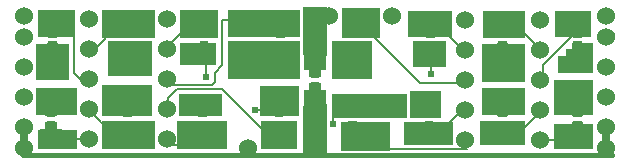
<source format=gbr>
G04 start of page 3 for group 1 idx 1 *
G04 Title: (unknown), solder *
G04 Creator: pcb 20100929 *
G04 CreationDate: Fri Apr 25 13:48:38 2014 UTC *
G04 For: xpi *
G04 Format: Gerber/RS-274X *
G04 PCB-Dimensions: 200000 50000 *
G04 PCB-Coordinate-Origin: lower left *
%MOIN*%
%FSLAX25Y25*%
%LNBACK*%
%ADD11C,0.0200*%
%ADD14C,0.0070*%
%ADD15C,0.0250*%
%ADD17C,0.0600*%
%ADD18C,0.0240*%
%ADD20C,0.0380*%
%ADD21C,0.0150*%
%ADD22R,0.0197X0.0197*%
%ADD23R,0.0295X0.0295*%
%ADD24R,0.0512X0.0512*%
%ADD25R,0.0562X0.0562*%
G54D11*G36*
X156000Y39500D02*Y48500D01*
X170000D01*
Y39500D01*
X156000D01*
G37*
G36*
X155500Y25000D02*Y37500D01*
X170000D01*
Y25000D01*
X155500D01*
G37*
G36*
X145500Y48500D02*Y40000D01*
X131000D01*
Y48500D01*
X145500D01*
G37*
G36*
X132500Y30000D02*Y38500D01*
X143500D01*
Y30000D01*
X132500D01*
G37*
G36*
X109000Y49500D02*X121500D01*
Y39500D01*
X109000D01*
Y49500D01*
G37*
G36*
X95000Y40000D02*X71000D01*
Y49000D01*
X95000D01*
Y40000D01*
G37*
G36*
X55000Y39500D02*Y49000D01*
X67500D01*
Y39500D01*
X55000D01*
G37*
G36*
X29000D02*Y49000D01*
X46500D01*
Y39500D01*
X29000D01*
G37*
G36*
X20000Y49000D02*Y40000D01*
X7500D01*
Y49000D01*
X20000D01*
G37*
G36*
X96000Y34000D02*Y50000D01*
X104000D01*
Y33500D01*
X96000Y34000D01*
G37*
G36*
X105500Y38500D02*X119000D01*
Y26000D01*
X105500D01*
Y38500D01*
G37*
G36*
X95000Y26000D02*X71000D01*
Y38500D01*
X95000D01*
Y26000D01*
G37*
G36*
X67000Y38000D02*Y30500D01*
X55000D01*
Y38000D01*
X67000D01*
G37*
G36*
X45500Y38500D02*Y27000D01*
X31000D01*
Y38500D01*
X45500D01*
G37*
G36*
X18000Y37500D02*Y25500D01*
X7000D01*
Y37500D01*
X18000D01*
G37*
G36*
X155500Y14000D02*Y23000D01*
X170000D01*
Y14000D01*
X155500D01*
G37*
G36*
X155000Y12000D02*X170000D01*
Y4000D01*
X155000D01*
Y12000D01*
G37*
G36*
X129500Y11500D02*X146000D01*
Y4000D01*
X129500D01*
Y11500D01*
G37*
G36*
X131500Y13000D02*Y22000D01*
X142000D01*
Y13000D01*
X131500D01*
G37*
G36*
X105500D02*Y21000D01*
X130500D01*
Y13000D01*
X105500D01*
G37*
G36*
X94500Y13500D02*X81500D01*
Y23500D01*
X94500D01*
Y13500D01*
G37*
G36*
X54500D02*Y21000D01*
X69000D01*
Y13500D01*
X54500D01*
G37*
G36*
X45500Y24000D02*Y13500D01*
X29000D01*
Y24000D01*
X45500D01*
G37*
G36*
X20500Y23000D02*Y14000D01*
X7000D01*
Y23000D01*
X20500D01*
G37*
G36*
X125000Y11500D02*Y2000D01*
X108500D01*
Y11500D01*
X125000D01*
G37*
G36*
X94000Y12000D02*Y2500D01*
X82000D01*
Y12000D01*
X94000D01*
G37*
G36*
X70500D02*Y2500D01*
X54000D01*
Y12000D01*
X70500D01*
G37*
G36*
X46500D02*Y2500D01*
X29000D01*
Y12000D01*
X46500D01*
G37*
G36*
X20500Y9000D02*Y2500D01*
X7500D01*
Y9000D01*
X20500D01*
G37*
G36*
X104000Y17500D02*Y500D01*
X96000D01*
Y17000D01*
X104000Y17500D01*
G37*
G36*
X180000Y48500D02*X192000D01*
Y40000D01*
X180000D01*
Y48500D01*
G37*
G36*
X192500Y38000D02*Y28000D01*
X185500D01*
Y38000D01*
X192500D01*
G37*
G36*
X188000Y28000D02*X181000D01*
Y33500D01*
X188000D01*
Y28000D01*
G37*
G36*
X192500Y25500D02*Y14000D01*
X179500D01*
Y25500D01*
X192500D01*
G37*
G36*
X179500Y11000D02*X192500D01*
Y2500D01*
X179500D01*
Y11000D01*
G37*
G54D15*X3000Y10000D02*Y1000D01*
G54D14*X22000Y6000D02*X12500D01*
X19500Y28000D02*Y40500D01*
X13000D01*
X26000Y36000D02*X26500D01*
X35000Y44500D01*
G54D21*X4000Y500D02*X199000D01*
G54D14*X114000Y2500D02*X150500D01*
X51000Y17500D02*Y19500D01*
X54000Y22500D01*
X69000D01*
X106000Y20000D02*X110000D01*
X106000Y11500D02*Y20000D01*
X111500Y5000D02*X114000Y2500D01*
X140500Y7000D02*X148000Y14500D01*
X173500Y13500D02*X166000Y6000D01*
X178000Y5500D02*X184000D01*
X63500Y26000D02*Y31500D01*
X34500Y6000D02*X34000D01*
X24500Y15500D01*
X66500Y28000D02*X69000Y30500D01*
X91500D02*X93000Y29000D01*
X86500Y15500D02*X80000D01*
X69000Y22500D02*X85500Y6000D01*
X21500Y26000D02*X19500Y28000D01*
X59500Y4000D02*X50500D01*
X52000Y24000D02*X65500D01*
X66500Y25000D01*
Y28000D01*
X60000Y42500D02*X56500D01*
X51000Y37000D01*
X69000Y30500D02*Y45500D01*
X88500D01*
G54D15*X198500Y40500D02*X198000Y40000D01*
X197000Y10000D02*Y1000D01*
G54D14*X176000Y30500D02*X187000Y41500D01*
X176000Y27000D02*Y30500D01*
X162500Y28500D02*Y31000D01*
X138500Y27500D02*Y31000D01*
X135000Y24500D02*X148000D01*
Y37000D02*X140000Y45000D01*
X117500Y28000D02*Y29500D01*
X116000Y31000D01*
X116500Y43000D02*X135000Y24500D01*
X174000Y37000D02*X166000Y45000D01*
G54D17*X197000Y30000D03*
X175000Y45500D03*
X197000Y40000D03*
Y20000D03*
Y10000D03*
X175000Y25500D03*
Y35500D03*
G54D18*X183000Y32500D03*
X183500Y21500D03*
G54D17*X197000Y47000D03*
Y3000D03*
X3000Y40000D03*
Y47000D03*
Y20000D03*
Y10000D03*
Y30000D03*
Y3000D03*
X50500Y26000D03*
Y36000D03*
Y46000D03*
X24500D03*
G54D18*X38000Y29500D03*
X42000Y20500D03*
G54D17*X24500Y6000D03*
Y16000D03*
Y26000D03*
Y36000D03*
G54D18*X17000Y31500D03*
X16500Y21000D03*
G54D17*X50500Y6000D03*
X150000Y5500D03*
X175000D03*
X77500Y3000D03*
X101000D03*
X50500Y16000D03*
G54D18*X63520Y26660D03*
X80000Y15500D03*
X67000Y18500D03*
X93500Y28000D03*
X138500Y27500D03*
X117500Y28000D03*
X106000Y11000D03*
X158000Y19000D03*
X133500Y20500D03*
G54D17*X150000Y25500D03*
Y35500D03*
Y45500D03*
Y15500D03*
X175000D03*
G54D18*X162500Y28500D03*
G54D17*X125500Y47000D03*
X104500D03*
G54D22*X87607Y14074D02*X88393D01*
X87607Y10926D02*X88393D01*
G54D23*X87508Y9941D02*X88492D01*
X87508Y15059D02*X88492D01*
G54D22*X37107Y37426D02*X37893D01*
X37107Y40574D02*X37893D01*
G54D23*X37008Y41559D02*X37992D01*
G54D24*X36319Y44905D02*X38681D01*
G54D23*X37008Y36441D02*X37992D01*
G54D24*X36319Y33095D02*X38681D01*
G54D22*X62607Y37426D02*X63393D01*
X62607Y40574D02*X63393D01*
G54D23*X62508Y36441D02*X63492D01*
X62508Y41559D02*X63492D01*
G54D24*X61819Y33095D02*X64181D01*
X61819Y44905D02*X64181D01*
G54D22*X12107Y37426D02*X12893D01*
G54D23*X12008Y36441D02*X12992D01*
G54D24*X11319Y33095D02*X13681D01*
G54D22*X12107Y40574D02*X12893D01*
G54D23*X12008Y41559D02*X12992D01*
G54D24*X11319Y44905D02*X13681D01*
X10819Y18405D02*X13181D01*
X36319D02*X38681D01*
X61319D02*X63681D01*
X86819D02*X89181D01*
G54D22*X11607Y10926D02*X12393D01*
X11607Y14074D02*X12393D01*
G54D23*X11508Y9941D02*X12492D01*
X11508Y15059D02*X12492D01*
G54D24*X10819Y6595D02*X13181D01*
G54D22*X37107Y10926D02*X37893D01*
X37107Y14074D02*X37893D01*
G54D23*X37008Y15059D02*X37992D01*
X37008Y9941D02*X37992D01*
G54D24*X36319Y6595D02*X38681D01*
G54D22*X62107Y10926D02*X62893D01*
X62107Y14074D02*X62893D01*
G54D23*X62008Y9941D02*X62992D01*
X62008Y15059D02*X62992D01*
G54D24*X61319Y6595D02*X63681D01*
X86819D02*X89181D01*
G54D22*X187107Y10926D02*X187893D01*
X187107Y14074D02*X187893D01*
G54D23*X187008Y15059D02*X187992D01*
G54D24*X186319Y18405D02*X188681D01*
G54D23*X187008Y9941D02*X187992D01*
G54D24*X186319Y6595D02*X188681D01*
G54D22*X187107Y37426D02*X187893D01*
X187107Y40574D02*X187893D01*
G54D23*X187008Y41559D02*X187992D01*
G54D24*X186319Y44905D02*X188681D01*
G54D23*X187008Y36441D02*X187992D01*
G54D25*X186319Y33095D02*X188681D01*
G54D22*X88107Y37426D02*X88893D01*
X88107Y40574D02*X88893D01*
G54D23*X88008Y36441D02*X88992D01*
X88008Y41559D02*X88992D01*
G54D24*X87319Y44905D02*X89681D01*
X87319Y33095D02*X89681D01*
G54D22*X112107Y10926D02*X112893D01*
G54D23*X112008Y9941D02*X112992D01*
G54D22*X112107Y14074D02*X112893D01*
G54D23*X112008Y15059D02*X112992D01*
G54D24*X111319Y6595D02*X113681D01*
X111319Y18405D02*X113681D01*
X111819Y33095D02*X114181D01*
G54D22*X112607Y37426D02*X113393D01*
G54D23*X112508Y36441D02*X113492D01*
G54D22*X112607Y40574D02*X113393D01*
G54D23*X112508Y41559D02*X113492D01*
G54D24*X111819Y44905D02*X114181D01*
G54D22*X137607Y10926D02*X138393D01*
X137607Y14074D02*X138393D01*
G54D23*X137508Y9941D02*X138492D01*
X137508Y15059D02*X138492D01*
G54D24*X136819Y6595D02*X139181D01*
X136819Y18405D02*X139181D01*
G54D22*X162107Y10926D02*X162893D01*
G54D23*X162008Y9941D02*X162992D01*
G54D24*X161319Y6595D02*X163681D01*
G54D22*X162107Y14074D02*X162893D01*
G54D23*X162008Y15059D02*X162992D01*
G54D24*X161319Y18405D02*X163681D01*
G54D22*X138107Y37426D02*X138893D01*
X138107Y40574D02*X138893D01*
G54D23*X138008Y41559D02*X138992D01*
G54D24*X137319Y44905D02*X139681D01*
G54D23*X138008Y36441D02*X138992D01*
G54D24*X137319Y33095D02*X139681D01*
G54D22*X162107Y37426D02*X162893D01*
X162107Y40574D02*X162893D01*
G54D23*X162008Y36441D02*X162992D01*
X162008Y41559D02*X162992D01*
G54D24*X161319Y33095D02*X163681D01*
X161319Y44905D02*X163681D01*
G54D22*X99607Y23926D02*X100393D01*
X99607Y27074D02*X100393D01*
G54D23*X99508Y22941D02*X100492D01*
X99508Y28059D02*X100492D01*
G54D24*X98819Y19595D02*X101181D01*
X98819Y31405D02*X101181D01*
G54D20*G54D21*G54D20*G54D21*G54D20*G54D21*G54D20*G54D21*G54D20*G54D21*G54D20*M02*

</source>
